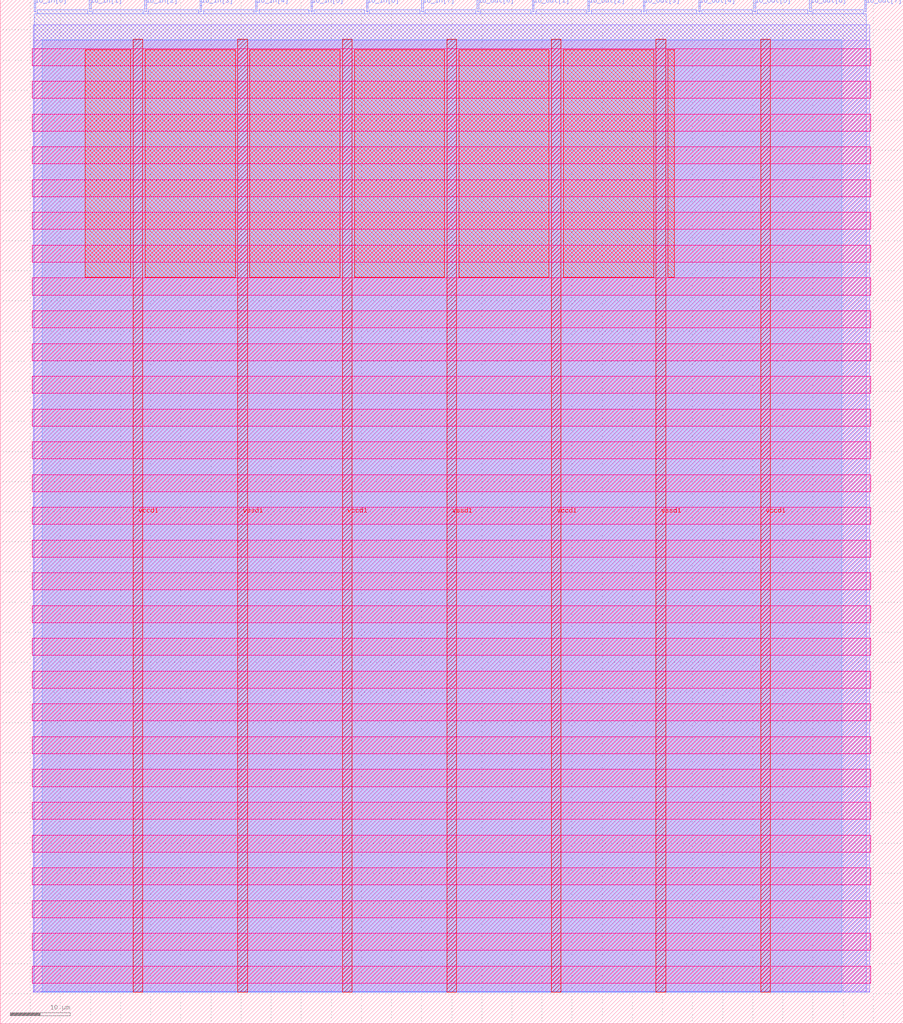
<source format=lef>
VERSION 5.7 ;
  NOWIREEXTENSIONATPIN ON ;
  DIVIDERCHAR "/" ;
  BUSBITCHARS "[]" ;
MACRO alu_top
  CLASS BLOCK ;
  FOREIGN alu_top ;
  ORIGIN 0.000 0.000 ;
  SIZE 150.000 BY 170.000 ;
  PIN io_in[0]
    DIRECTION INPUT ;
    USE SIGNAL ;
    PORT
      LAYER met2 ;
        RECT 5.610 168.000 5.890 170.000 ;
    END
  END io_in[0]
  PIN io_in[1]
    DIRECTION INPUT ;
    USE SIGNAL ;
    PORT
      LAYER met2 ;
        RECT 14.810 168.000 15.090 170.000 ;
    END
  END io_in[1]
  PIN io_in[2]
    DIRECTION INPUT ;
    USE SIGNAL ;
    PORT
      LAYER met2 ;
        RECT 24.010 168.000 24.290 170.000 ;
    END
  END io_in[2]
  PIN io_in[3]
    DIRECTION INPUT ;
    USE SIGNAL ;
    PORT
      LAYER met2 ;
        RECT 33.210 168.000 33.490 170.000 ;
    END
  END io_in[3]
  PIN io_in[4]
    DIRECTION INPUT ;
    USE SIGNAL ;
    PORT
      LAYER met2 ;
        RECT 42.410 168.000 42.690 170.000 ;
    END
  END io_in[4]
  PIN io_in[5]
    DIRECTION INPUT ;
    USE SIGNAL ;
    PORT
      LAYER met2 ;
        RECT 51.610 168.000 51.890 170.000 ;
    END
  END io_in[5]
  PIN io_in[6]
    DIRECTION INPUT ;
    USE SIGNAL ;
    PORT
      LAYER met2 ;
        RECT 60.810 168.000 61.090 170.000 ;
    END
  END io_in[6]
  PIN io_in[7]
    DIRECTION INPUT ;
    USE SIGNAL ;
    PORT
      LAYER met2 ;
        RECT 70.010 168.000 70.290 170.000 ;
    END
  END io_in[7]
  PIN io_out[0]
    DIRECTION OUTPUT TRISTATE ;
    USE SIGNAL ;
    PORT
      LAYER met2 ;
        RECT 79.210 168.000 79.490 170.000 ;
    END
  END io_out[0]
  PIN io_out[1]
    DIRECTION OUTPUT TRISTATE ;
    USE SIGNAL ;
    PORT
      LAYER met2 ;
        RECT 88.410 168.000 88.690 170.000 ;
    END
  END io_out[1]
  PIN io_out[2]
    DIRECTION OUTPUT TRISTATE ;
    USE SIGNAL ;
    PORT
      LAYER met2 ;
        RECT 97.610 168.000 97.890 170.000 ;
    END
  END io_out[2]
  PIN io_out[3]
    DIRECTION OUTPUT TRISTATE ;
    USE SIGNAL ;
    PORT
      LAYER met2 ;
        RECT 106.810 168.000 107.090 170.000 ;
    END
  END io_out[3]
  PIN io_out[4]
    DIRECTION OUTPUT TRISTATE ;
    USE SIGNAL ;
    PORT
      LAYER met2 ;
        RECT 116.010 168.000 116.290 170.000 ;
    END
  END io_out[4]
  PIN io_out[5]
    DIRECTION OUTPUT TRISTATE ;
    USE SIGNAL ;
    PORT
      LAYER met2 ;
        RECT 125.210 168.000 125.490 170.000 ;
    END
  END io_out[5]
  PIN io_out[6]
    DIRECTION OUTPUT TRISTATE ;
    USE SIGNAL ;
    PORT
      LAYER met2 ;
        RECT 134.410 168.000 134.690 170.000 ;
    END
  END io_out[6]
  PIN io_out[7]
    DIRECTION OUTPUT TRISTATE ;
    USE SIGNAL ;
    PORT
      LAYER met2 ;
        RECT 143.610 168.000 143.890 170.000 ;
    END
  END io_out[7]
  PIN vccd1
    DIRECTION INOUT ;
    USE POWER ;
    PORT
      LAYER met4 ;
        RECT 22.090 5.200 23.690 163.440 ;
    END
    PORT
      LAYER met4 ;
        RECT 56.830 5.200 58.430 163.440 ;
    END
    PORT
      LAYER met4 ;
        RECT 91.570 5.200 93.170 163.440 ;
    END
    PORT
      LAYER met4 ;
        RECT 126.310 5.200 127.910 163.440 ;
    END
  END vccd1
  PIN vssd1
    DIRECTION INOUT ;
    USE GROUND ;
    PORT
      LAYER met4 ;
        RECT 39.460 5.200 41.060 163.440 ;
    END
    PORT
      LAYER met4 ;
        RECT 74.200 5.200 75.800 163.440 ;
    END
    PORT
      LAYER met4 ;
        RECT 108.940 5.200 110.540 163.440 ;
    END
  END vssd1
  OBS
      LAYER nwell ;
        RECT 5.330 159.065 144.630 161.895 ;
        RECT 5.330 153.625 144.630 156.455 ;
        RECT 5.330 148.185 144.630 151.015 ;
        RECT 5.330 142.745 144.630 145.575 ;
        RECT 5.330 137.305 144.630 140.135 ;
        RECT 5.330 131.865 144.630 134.695 ;
        RECT 5.330 126.425 144.630 129.255 ;
        RECT 5.330 120.985 144.630 123.815 ;
        RECT 5.330 115.545 144.630 118.375 ;
        RECT 5.330 110.105 144.630 112.935 ;
        RECT 5.330 104.665 144.630 107.495 ;
        RECT 5.330 99.225 144.630 102.055 ;
        RECT 5.330 93.785 144.630 96.615 ;
        RECT 5.330 88.345 144.630 91.175 ;
        RECT 5.330 82.905 144.630 85.735 ;
        RECT 5.330 77.465 144.630 80.295 ;
        RECT 5.330 72.025 144.630 74.855 ;
        RECT 5.330 66.585 144.630 69.415 ;
        RECT 5.330 61.145 144.630 63.975 ;
        RECT 5.330 55.705 144.630 58.535 ;
        RECT 5.330 50.265 144.630 53.095 ;
        RECT 5.330 44.825 144.630 47.655 ;
        RECT 5.330 39.385 144.630 42.215 ;
        RECT 5.330 33.945 144.630 36.775 ;
        RECT 5.330 28.505 144.630 31.335 ;
        RECT 5.330 23.065 144.630 25.895 ;
        RECT 5.330 17.625 144.630 20.455 ;
        RECT 5.330 12.185 144.630 15.015 ;
        RECT 5.330 6.745 144.630 9.575 ;
      LAYER li1 ;
        RECT 5.520 5.355 144.440 163.285 ;
      LAYER met1 ;
        RECT 5.520 5.200 144.440 165.880 ;
      LAYER met2 ;
        RECT 6.170 167.720 14.530 168.370 ;
        RECT 15.370 167.720 23.730 168.370 ;
        RECT 24.570 167.720 32.930 168.370 ;
        RECT 33.770 167.720 42.130 168.370 ;
        RECT 42.970 167.720 51.330 168.370 ;
        RECT 52.170 167.720 60.530 168.370 ;
        RECT 61.370 167.720 69.730 168.370 ;
        RECT 70.570 167.720 78.930 168.370 ;
        RECT 79.770 167.720 88.130 168.370 ;
        RECT 88.970 167.720 97.330 168.370 ;
        RECT 98.170 167.720 106.530 168.370 ;
        RECT 107.370 167.720 115.730 168.370 ;
        RECT 116.570 167.720 124.930 168.370 ;
        RECT 125.770 167.720 134.130 168.370 ;
        RECT 134.970 167.720 143.330 168.370 ;
        RECT 5.620 5.255 143.880 167.720 ;
      LAYER met3 ;
        RECT 6.965 5.275 139.775 163.365 ;
      LAYER met4 ;
        RECT 14.095 123.935 21.690 161.665 ;
        RECT 24.090 123.935 39.060 161.665 ;
        RECT 41.460 123.935 56.430 161.665 ;
        RECT 58.830 123.935 73.800 161.665 ;
        RECT 76.200 123.935 91.170 161.665 ;
        RECT 93.570 123.935 108.540 161.665 ;
        RECT 110.940 123.935 111.945 161.665 ;
  END
END alu_top
END LIBRARY


</source>
